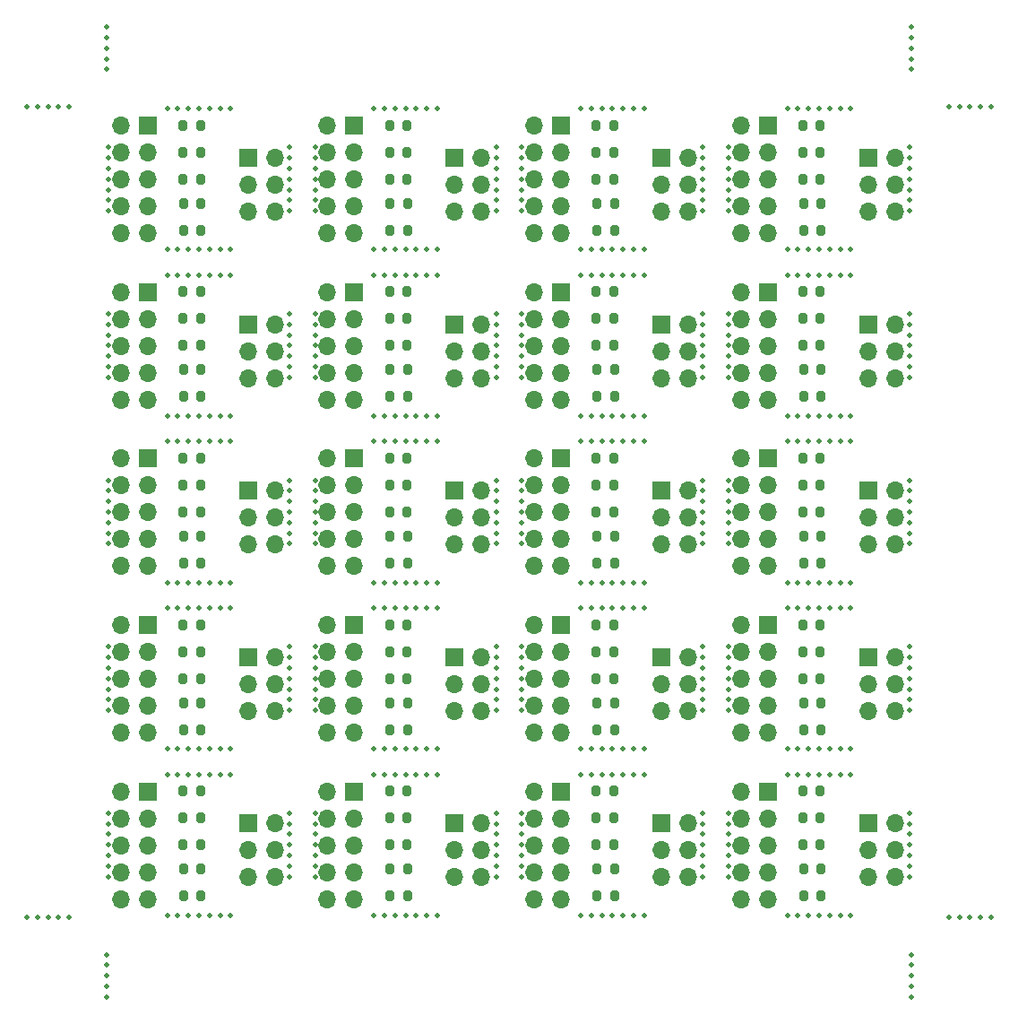
<source format=gbr>
%TF.GenerationSoftware,KiCad,Pcbnew,(6.0.6)*%
%TF.CreationDate,2022-08-19T10:36:33-07:00*%
%TF.ProjectId,panel,70616e65-6c2e-46b6-9963-61645f706362,rev?*%
%TF.SameCoordinates,PXe4e1c0PYe4e1c0*%
%TF.FileFunction,Soldermask,Top*%
%TF.FilePolarity,Negative*%
%FSLAX46Y46*%
G04 Gerber Fmt 4.6, Leading zero omitted, Abs format (unit mm)*
G04 Created by KiCad (PCBNEW (6.0.6)) date 2022-08-19 10:36:33*
%MOMM*%
%LPD*%
G01*
G04 APERTURE LIST*
G04 Aperture macros list*
%AMRoundRect*
0 Rectangle with rounded corners*
0 $1 Rounding radius*
0 $2 $3 $4 $5 $6 $7 $8 $9 X,Y pos of 4 corners*
0 Add a 4 corners polygon primitive as box body*
4,1,4,$2,$3,$4,$5,$6,$7,$8,$9,$2,$3,0*
0 Add four circle primitives for the rounded corners*
1,1,$1+$1,$2,$3*
1,1,$1+$1,$4,$5*
1,1,$1+$1,$6,$7*
1,1,$1+$1,$8,$9*
0 Add four rect primitives between the rounded corners*
20,1,$1+$1,$2,$3,$4,$5,0*
20,1,$1+$1,$4,$5,$6,$7,0*
20,1,$1+$1,$6,$7,$8,$9,0*
20,1,$1+$1,$8,$9,$2,$3,0*%
G04 Aperture macros list end*
%ADD10C,0.500000*%
%ADD11R,1.700000X1.700000*%
%ADD12O,1.700000X1.700000*%
%ADD13RoundRect,0.200000X0.200000X0.275000X-0.200000X0.275000X-0.200000X-0.275000X0.200000X-0.275000X0*%
G04 APERTURE END LIST*
D10*
%TO.C,REF\u002A\u002A*%
X75340000Y-84380000D03*
%TD*%
%TO.C,REF\u002A\u002A*%
X13760000Y-68670000D03*
%TD*%
D11*
%TO.C,J1*%
X40923000Y-28559000D03*
D12*
X43463000Y-28559000D03*
X40923000Y-31099000D03*
X43463000Y-31099000D03*
X40923000Y-33639000D03*
X43463000Y-33639000D03*
%TD*%
D10*
%TO.C,REF\u002A\u002A*%
X39285000Y-37230000D03*
%TD*%
%TO.C,REF\u002A\u002A*%
X66780000Y-60010000D03*
%TD*%
%TO.C,REF\u002A\u002A*%
X57815000Y-68670000D03*
%TD*%
%TO.C,REF\u002A\u002A*%
X8200000Y-27575000D03*
%TD*%
%TO.C,REF\u002A\u002A*%
X33285000Y-37230000D03*
%TD*%
%TO.C,REF\u002A\u002A*%
X64380000Y-75725000D03*
%TD*%
%TO.C,REF\u002A\u002A*%
X64380000Y-33575000D03*
%TD*%
%TO.C,REF\u002A\u002A*%
X47250000Y-77725000D03*
%TD*%
%TO.C,REF\u002A\u002A*%
X57815000Y-8200000D03*
%TD*%
D13*
%TO.C,R5*%
X36413000Y-25496000D03*
X34763000Y-25496000D03*
%TD*%
D10*
%TO.C,REF\u002A\u002A*%
X73340000Y-21520000D03*
%TD*%
D13*
%TO.C,R3*%
X75528000Y-32862000D03*
X73878000Y-32862000D03*
%TD*%
D11*
%TO.C,J2*%
X50969000Y-41230000D03*
D12*
X48429000Y-41230000D03*
X50969000Y-43770000D03*
X48429000Y-43770000D03*
X50969000Y-46310000D03*
X48429000Y-46310000D03*
X50969000Y-48850000D03*
X48429000Y-48850000D03*
X50969000Y-51390000D03*
X48429000Y-51390000D03*
%TD*%
D10*
%TO.C,REF\u002A\u002A*%
X88600000Y-84580000D03*
%TD*%
%TO.C,REF\u002A\u002A*%
X17760000Y-37230000D03*
%TD*%
%TO.C,REF\u002A\u002A*%
X38285000Y-21520000D03*
%TD*%
%TO.C,REF\u002A\u002A*%
X44850000Y-64010000D03*
%TD*%
%TO.C,REF\u002A\u002A*%
X66780000Y-75725000D03*
%TD*%
%TO.C,REF\u002A\u002A*%
X27720000Y-79725000D03*
%TD*%
%TO.C,REF\u002A\u002A*%
X77340000Y-39630000D03*
%TD*%
%TO.C,REF\u002A\u002A*%
X44850000Y-78725000D03*
%TD*%
D13*
%TO.C,R5*%
X55939000Y-41212000D03*
X54289000Y-41212000D03*
%TD*%
D10*
%TO.C,REF\u002A\u002A*%
X8000000Y-89080000D03*
%TD*%
%TO.C,REF\u002A\u002A*%
X25320000Y-65010000D03*
%TD*%
%TO.C,REF\u002A\u002A*%
X27720000Y-59010000D03*
%TD*%
%TO.C,REF\u002A\u002A*%
X16760000Y-68670000D03*
%TD*%
%TO.C,REF\u002A\u002A*%
X73340000Y-37230000D03*
%TD*%
%TO.C,REF\u002A\u002A*%
X84100000Y-2500000D03*
%TD*%
%TO.C,REF\u002A\u002A*%
X47250000Y-65010000D03*
%TD*%
%TO.C,REF\u002A\u002A*%
X89600000Y-84580000D03*
%TD*%
%TO.C,REF\u002A\u002A*%
X47250000Y-17860000D03*
%TD*%
D13*
%TO.C,R2*%
X16950000Y-19686000D03*
X15300000Y-19686000D03*
%TD*%
D10*
%TO.C,REF\u002A\u002A*%
X18760000Y-52950000D03*
%TD*%
%TO.C,REF\u002A\u002A*%
X44850000Y-11860000D03*
%TD*%
%TO.C,REF\u002A\u002A*%
X8200000Y-33575000D03*
%TD*%
%TO.C,REF\u002A\u002A*%
X64380000Y-11860000D03*
%TD*%
%TO.C,REF\u002A\u002A*%
X47250000Y-80725000D03*
%TD*%
%TO.C,REF\u002A\u002A*%
X56815000Y-23920000D03*
%TD*%
%TO.C,REF\u002A\u002A*%
X66780000Y-47290000D03*
%TD*%
%TO.C,REF\u002A\u002A*%
X27720000Y-49290000D03*
%TD*%
D11*
%TO.C,J1*%
X79975000Y-28559000D03*
D12*
X82515000Y-28559000D03*
X79975000Y-31099000D03*
X82515000Y-31099000D03*
X79975000Y-33639000D03*
X82515000Y-33639000D03*
%TD*%
D10*
%TO.C,REF\u002A\u002A*%
X35285000Y-8200000D03*
%TD*%
%TO.C,REF\u002A\u002A*%
X18760000Y-71070000D03*
%TD*%
%TO.C,REF\u002A\u002A*%
X56815000Y-8200000D03*
%TD*%
%TO.C,REF\u002A\u002A*%
X66780000Y-59010000D03*
%TD*%
%TO.C,REF\u002A\u002A*%
X27720000Y-64010000D03*
%TD*%
%TO.C,REF\u002A\u002A*%
X44850000Y-48290000D03*
%TD*%
%TO.C,REF\u002A\u002A*%
X14760000Y-52950000D03*
%TD*%
D13*
%TO.C,R5*%
X55939000Y-56928000D03*
X54289000Y-56928000D03*
%TD*%
D10*
%TO.C,REF\u002A\u002A*%
X8200000Y-29575000D03*
%TD*%
%TO.C,REF\u002A\u002A*%
X1500000Y-8000000D03*
%TD*%
%TO.C,REF\u002A\u002A*%
X66780000Y-46290000D03*
%TD*%
%TO.C,REF\u002A\u002A*%
X8200000Y-61010000D03*
%TD*%
%TO.C,REF\u002A\u002A*%
X84100000Y-500000D03*
%TD*%
D11*
%TO.C,J2*%
X11917000Y-56946000D03*
D12*
X9377000Y-56946000D03*
X11917000Y-59486000D03*
X9377000Y-59486000D03*
X11917000Y-62026000D03*
X9377000Y-62026000D03*
X11917000Y-64566000D03*
X9377000Y-64566000D03*
X11917000Y-67106000D03*
X9377000Y-67106000D03*
%TD*%
D10*
%TO.C,REF\u002A\u002A*%
X8200000Y-31575000D03*
%TD*%
D13*
%TO.C,R3*%
X16950000Y-64294000D03*
X15300000Y-64294000D03*
%TD*%
%TO.C,R1*%
X36413000Y-75184000D03*
X34763000Y-75184000D03*
%TD*%
D10*
%TO.C,REF\u002A\u002A*%
X53815000Y-37230000D03*
%TD*%
D13*
%TO.C,R2*%
X75528000Y-66834000D03*
X73878000Y-66834000D03*
%TD*%
D10*
%TO.C,REF\u002A\u002A*%
X64380000Y-29575000D03*
%TD*%
%TO.C,REF\u002A\u002A*%
X52815000Y-52950000D03*
%TD*%
D13*
%TO.C,R1*%
X55939000Y-59468000D03*
X54289000Y-59468000D03*
%TD*%
D10*
%TO.C,REF\u002A\u002A*%
X18760000Y-84380000D03*
%TD*%
%TO.C,REF\u002A\u002A*%
X64380000Y-30575000D03*
%TD*%
%TO.C,REF\u002A\u002A*%
X34285000Y-8200000D03*
%TD*%
%TO.C,REF\u002A\u002A*%
X44850000Y-33575000D03*
%TD*%
%TO.C,REF\u002A\u002A*%
X44850000Y-30575000D03*
%TD*%
%TO.C,REF\u002A\u002A*%
X27720000Y-74725000D03*
%TD*%
%TO.C,REF\u002A\u002A*%
X16760000Y-39630000D03*
%TD*%
%TO.C,REF\u002A\u002A*%
X47250000Y-61010000D03*
%TD*%
D13*
%TO.C,R5*%
X16887000Y-72644000D03*
X15237000Y-72644000D03*
%TD*%
%TO.C,R1*%
X75465000Y-43752000D03*
X73815000Y-43752000D03*
%TD*%
D10*
%TO.C,REF\u002A\u002A*%
X84100000Y-88080000D03*
%TD*%
D13*
%TO.C,R5*%
X75465000Y-56928000D03*
X73815000Y-56928000D03*
%TD*%
D10*
%TO.C,REF\u002A\u002A*%
X56815000Y-55350000D03*
%TD*%
D11*
%TO.C,J2*%
X70495000Y-25514000D03*
D12*
X67955000Y-25514000D03*
X70495000Y-28054000D03*
X67955000Y-28054000D03*
X70495000Y-30594000D03*
X67955000Y-30594000D03*
X70495000Y-33134000D03*
X67955000Y-33134000D03*
X70495000Y-35674000D03*
X67955000Y-35674000D03*
%TD*%
D10*
%TO.C,REF\u002A\u002A*%
X55815000Y-21520000D03*
%TD*%
%TO.C,REF\u002A\u002A*%
X14760000Y-39630000D03*
%TD*%
D11*
%TO.C,J1*%
X79975000Y-75707000D03*
D12*
X82515000Y-75707000D03*
X79975000Y-78247000D03*
X82515000Y-78247000D03*
X79975000Y-80787000D03*
X82515000Y-80787000D03*
%TD*%
D10*
%TO.C,REF\u002A\u002A*%
X37285000Y-68670000D03*
%TD*%
%TO.C,REF\u002A\u002A*%
X53815000Y-55350000D03*
%TD*%
%TO.C,REF\u002A\u002A*%
X44850000Y-62010000D03*
%TD*%
%TO.C,REF\u002A\u002A*%
X19760000Y-21520000D03*
%TD*%
%TO.C,REF\u002A\u002A*%
X36285000Y-23920000D03*
%TD*%
%TO.C,REF\u002A\u002A*%
X25320000Y-49290000D03*
%TD*%
D13*
%TO.C,R1*%
X75465000Y-28036000D03*
X73815000Y-28036000D03*
%TD*%
D11*
%TO.C,J2*%
X50969000Y-56946000D03*
D12*
X48429000Y-56946000D03*
X50969000Y-59486000D03*
X48429000Y-59486000D03*
X50969000Y-62026000D03*
X48429000Y-62026000D03*
X50969000Y-64566000D03*
X48429000Y-64566000D03*
X50969000Y-67106000D03*
X48429000Y-67106000D03*
%TD*%
D10*
%TO.C,REF\u002A\u002A*%
X56815000Y-68670000D03*
%TD*%
%TO.C,REF\u002A\u002A*%
X75340000Y-52950000D03*
%TD*%
D11*
%TO.C,J1*%
X21397000Y-75707000D03*
D12*
X23937000Y-75707000D03*
X21397000Y-78247000D03*
X23937000Y-78247000D03*
X21397000Y-80787000D03*
X23937000Y-80787000D03*
%TD*%
D10*
%TO.C,REF\u002A\u002A*%
X14760000Y-21520000D03*
%TD*%
%TO.C,REF\u002A\u002A*%
X47250000Y-47290000D03*
%TD*%
D13*
%TO.C,R4*%
X75465000Y-46292000D03*
X73815000Y-46292000D03*
%TD*%
%TO.C,R1*%
X36413000Y-59468000D03*
X34763000Y-59468000D03*
%TD*%
D10*
%TO.C,REF\u002A\u002A*%
X64380000Y-44290000D03*
%TD*%
%TO.C,REF\u002A\u002A*%
X58815000Y-21520000D03*
%TD*%
%TO.C,REF\u002A\u002A*%
X76340000Y-55350000D03*
%TD*%
%TO.C,REF\u002A\u002A*%
X78340000Y-8200000D03*
%TD*%
D13*
%TO.C,R2*%
X36476000Y-51118000D03*
X34826000Y-51118000D03*
%TD*%
D11*
%TO.C,J2*%
X50969000Y-25514000D03*
D12*
X48429000Y-25514000D03*
X50969000Y-28054000D03*
X48429000Y-28054000D03*
X50969000Y-30594000D03*
X48429000Y-30594000D03*
X50969000Y-33134000D03*
X48429000Y-33134000D03*
X50969000Y-35674000D03*
X48429000Y-35674000D03*
%TD*%
D10*
%TO.C,REF\u002A\u002A*%
X57815000Y-71070000D03*
%TD*%
%TO.C,REF\u002A\u002A*%
X75340000Y-37230000D03*
%TD*%
D13*
%TO.C,R5*%
X36413000Y-41212000D03*
X34763000Y-41212000D03*
%TD*%
D10*
%TO.C,REF\u002A\u002A*%
X77340000Y-55350000D03*
%TD*%
%TO.C,REF\u002A\u002A*%
X16760000Y-8200000D03*
%TD*%
D13*
%TO.C,R3*%
X75528000Y-48578000D03*
X73878000Y-48578000D03*
%TD*%
D10*
%TO.C,REF\u002A\u002A*%
X37285000Y-52950000D03*
%TD*%
%TO.C,REF\u002A\u002A*%
X47250000Y-62010000D03*
%TD*%
%TO.C,REF\u002A\u002A*%
X76340000Y-84380000D03*
%TD*%
%TO.C,REF\u002A\u002A*%
X47250000Y-29575000D03*
%TD*%
D11*
%TO.C,J2*%
X11917000Y-9798000D03*
D12*
X9377000Y-9798000D03*
X11917000Y-12338000D03*
X9377000Y-12338000D03*
X11917000Y-14878000D03*
X9377000Y-14878000D03*
X11917000Y-17418000D03*
X9377000Y-17418000D03*
X11917000Y-19958000D03*
X9377000Y-19958000D03*
%TD*%
D10*
%TO.C,REF\u002A\u002A*%
X64380000Y-27575000D03*
%TD*%
%TO.C,REF\u002A\u002A*%
X14760000Y-55350000D03*
%TD*%
%TO.C,REF\u002A\u002A*%
X83900000Y-33575000D03*
%TD*%
%TO.C,REF\u002A\u002A*%
X25320000Y-64010000D03*
%TD*%
%TO.C,REF\u002A\u002A*%
X47250000Y-44290000D03*
%TD*%
%TO.C,REF\u002A\u002A*%
X66780000Y-63010000D03*
%TD*%
%TO.C,REF\u002A\u002A*%
X8200000Y-12860000D03*
%TD*%
%TO.C,REF\u002A\u002A*%
X8200000Y-59010000D03*
%TD*%
%TO.C,REF\u002A\u002A*%
X8000000Y-88080000D03*
%TD*%
%TO.C,REF\u002A\u002A*%
X47250000Y-43290000D03*
%TD*%
D13*
%TO.C,R5*%
X75465000Y-72644000D03*
X73815000Y-72644000D03*
%TD*%
D10*
%TO.C,REF\u002A\u002A*%
X19760000Y-39630000D03*
%TD*%
D13*
%TO.C,R4*%
X75465000Y-77724000D03*
X73815000Y-77724000D03*
%TD*%
D11*
%TO.C,J1*%
X60449000Y-59991000D03*
D12*
X62989000Y-59991000D03*
X60449000Y-62531000D03*
X62989000Y-62531000D03*
X60449000Y-65071000D03*
X62989000Y-65071000D03*
%TD*%
D11*
%TO.C,J1*%
X60449000Y-75707000D03*
D12*
X62989000Y-75707000D03*
X60449000Y-78247000D03*
X62989000Y-78247000D03*
X60449000Y-80787000D03*
X62989000Y-80787000D03*
%TD*%
D10*
%TO.C,REF\u002A\u002A*%
X54815000Y-37230000D03*
%TD*%
D13*
%TO.C,R3*%
X36476000Y-32862000D03*
X34826000Y-32862000D03*
%TD*%
D10*
%TO.C,REF\u002A\u002A*%
X8200000Y-15860000D03*
%TD*%
%TO.C,REF\u002A\u002A*%
X52815000Y-21520000D03*
%TD*%
D13*
%TO.C,R1*%
X16887000Y-28036000D03*
X15237000Y-28036000D03*
%TD*%
D10*
%TO.C,REF\u002A\u002A*%
X75340000Y-23920000D03*
%TD*%
%TO.C,REF\u002A\u002A*%
X33285000Y-8200000D03*
%TD*%
%TO.C,REF\u002A\u002A*%
X44850000Y-15860000D03*
%TD*%
%TO.C,REF\u002A\u002A*%
X25320000Y-78725000D03*
%TD*%
%TO.C,REF\u002A\u002A*%
X38285000Y-55350000D03*
%TD*%
D13*
%TO.C,R2*%
X36476000Y-19686000D03*
X34826000Y-19686000D03*
%TD*%
D10*
%TO.C,REF\u002A\u002A*%
X27720000Y-17860000D03*
%TD*%
%TO.C,REF\u002A\u002A*%
X15760000Y-68670000D03*
%TD*%
%TO.C,REF\u002A\u002A*%
X44850000Y-17860000D03*
%TD*%
%TO.C,REF\u002A\u002A*%
X18760000Y-23920000D03*
%TD*%
%TO.C,REF\u002A\u002A*%
X47250000Y-59010000D03*
%TD*%
%TO.C,REF\u002A\u002A*%
X53815000Y-23920000D03*
%TD*%
%TO.C,REF\u002A\u002A*%
X44850000Y-59010000D03*
%TD*%
%TO.C,REF\u002A\u002A*%
X47250000Y-74725000D03*
%TD*%
%TO.C,REF\u002A\u002A*%
X14760000Y-68670000D03*
%TD*%
%TO.C,REF\u002A\u002A*%
X84100000Y-92080000D03*
%TD*%
%TO.C,REF\u002A\u002A*%
X83900000Y-77725000D03*
%TD*%
%TO.C,REF\u002A\u002A*%
X44850000Y-45290000D03*
%TD*%
%TO.C,REF\u002A\u002A*%
X53815000Y-52950000D03*
%TD*%
%TO.C,REF\u002A\u002A*%
X64380000Y-79725000D03*
%TD*%
%TO.C,REF\u002A\u002A*%
X66780000Y-16860000D03*
%TD*%
D11*
%TO.C,J1*%
X79975000Y-12843000D03*
D12*
X82515000Y-12843000D03*
X79975000Y-15383000D03*
X82515000Y-15383000D03*
X79975000Y-17923000D03*
X82515000Y-17923000D03*
%TD*%
D10*
%TO.C,REF\u002A\u002A*%
X36285000Y-68670000D03*
%TD*%
D13*
%TO.C,R4*%
X55939000Y-14860000D03*
X54289000Y-14860000D03*
%TD*%
D10*
%TO.C,REF\u002A\u002A*%
X78340000Y-55350000D03*
%TD*%
D11*
%TO.C,J1*%
X60449000Y-28559000D03*
D12*
X62989000Y-28559000D03*
X60449000Y-31099000D03*
X62989000Y-31099000D03*
X60449000Y-33639000D03*
X62989000Y-33639000D03*
%TD*%
D10*
%TO.C,REF\u002A\u002A*%
X27720000Y-46290000D03*
%TD*%
%TO.C,REF\u002A\u002A*%
X53815000Y-8200000D03*
%TD*%
%TO.C,REF\u002A\u002A*%
X55815000Y-52950000D03*
%TD*%
D11*
%TO.C,J2*%
X11917000Y-25514000D03*
D12*
X9377000Y-25514000D03*
X11917000Y-28054000D03*
X9377000Y-28054000D03*
X11917000Y-30594000D03*
X9377000Y-30594000D03*
X11917000Y-33134000D03*
X9377000Y-33134000D03*
X11917000Y-35674000D03*
X9377000Y-35674000D03*
%TD*%
D10*
%TO.C,REF\u002A\u002A*%
X76340000Y-52950000D03*
%TD*%
%TO.C,REF\u002A\u002A*%
X8200000Y-45290000D03*
%TD*%
%TO.C,REF\u002A\u002A*%
X39285000Y-84380000D03*
%TD*%
%TO.C,REF\u002A\u002A*%
X15760000Y-39630000D03*
%TD*%
%TO.C,REF\u002A\u002A*%
X18760000Y-21520000D03*
%TD*%
D13*
%TO.C,R2*%
X56002000Y-51118000D03*
X54352000Y-51118000D03*
%TD*%
D10*
%TO.C,REF\u002A\u002A*%
X47250000Y-13860000D03*
%TD*%
%TO.C,REF\u002A\u002A*%
X8200000Y-76725000D03*
%TD*%
D13*
%TO.C,R4*%
X36413000Y-30576000D03*
X34763000Y-30576000D03*
%TD*%
D10*
%TO.C,REF\u002A\u002A*%
X15760000Y-37230000D03*
%TD*%
%TO.C,REF\u002A\u002A*%
X8200000Y-28575000D03*
%TD*%
%TO.C,REF\u002A\u002A*%
X44850000Y-74725000D03*
%TD*%
D13*
%TO.C,R5*%
X16887000Y-9780000D03*
X15237000Y-9780000D03*
%TD*%
D10*
%TO.C,REF\u002A\u002A*%
X57815000Y-37230000D03*
%TD*%
D13*
%TO.C,R3*%
X56002000Y-32862000D03*
X54352000Y-32862000D03*
%TD*%
D10*
%TO.C,REF\u002A\u002A*%
X83900000Y-46290000D03*
%TD*%
%TO.C,REF\u002A\u002A*%
X52815000Y-68670000D03*
%TD*%
%TO.C,REF\u002A\u002A*%
X15760000Y-21520000D03*
%TD*%
%TO.C,REF\u002A\u002A*%
X83900000Y-65010000D03*
%TD*%
%TO.C,REF\u002A\u002A*%
X64380000Y-76725000D03*
%TD*%
%TO.C,REF\u002A\u002A*%
X75340000Y-55350000D03*
%TD*%
D13*
%TO.C,R1*%
X75465000Y-75184000D03*
X73815000Y-75184000D03*
%TD*%
D11*
%TO.C,J2*%
X70495000Y-72662000D03*
D12*
X67955000Y-72662000D03*
X70495000Y-75202000D03*
X67955000Y-75202000D03*
X70495000Y-77742000D03*
X67955000Y-77742000D03*
X70495000Y-80282000D03*
X67955000Y-80282000D03*
X70495000Y-82822000D03*
X67955000Y-82822000D03*
%TD*%
D13*
%TO.C,R5*%
X75465000Y-25496000D03*
X73815000Y-25496000D03*
%TD*%
D10*
%TO.C,REF\u002A\u002A*%
X44850000Y-13860000D03*
%TD*%
D11*
%TO.C,J2*%
X70495000Y-41230000D03*
D12*
X67955000Y-41230000D03*
X70495000Y-43770000D03*
X67955000Y-43770000D03*
X70495000Y-46310000D03*
X67955000Y-46310000D03*
X70495000Y-48850000D03*
X67955000Y-48850000D03*
X70495000Y-51390000D03*
X67955000Y-51390000D03*
%TD*%
D10*
%TO.C,REF\u002A\u002A*%
X39285000Y-23920000D03*
%TD*%
%TO.C,REF\u002A\u002A*%
X33285000Y-52950000D03*
%TD*%
%TO.C,REF\u002A\u002A*%
X36285000Y-39630000D03*
%TD*%
%TO.C,REF\u002A\u002A*%
X55815000Y-8200000D03*
%TD*%
%TO.C,REF\u002A\u002A*%
X66780000Y-74725000D03*
%TD*%
%TO.C,REF\u002A\u002A*%
X64380000Y-13860000D03*
%TD*%
D11*
%TO.C,J1*%
X21397000Y-44275000D03*
D12*
X23937000Y-44275000D03*
X21397000Y-46815000D03*
X23937000Y-46815000D03*
X21397000Y-49355000D03*
X23937000Y-49355000D03*
%TD*%
D10*
%TO.C,REF\u002A\u002A*%
X72340000Y-55350000D03*
%TD*%
%TO.C,REF\u002A\u002A*%
X56815000Y-71070000D03*
%TD*%
%TO.C,REF\u002A\u002A*%
X72340000Y-23920000D03*
%TD*%
D13*
%TO.C,R2*%
X56002000Y-82550000D03*
X54352000Y-82550000D03*
%TD*%
D11*
%TO.C,J2*%
X70495000Y-9798000D03*
D12*
X67955000Y-9798000D03*
X70495000Y-12338000D03*
X67955000Y-12338000D03*
X70495000Y-14878000D03*
X67955000Y-14878000D03*
X70495000Y-17418000D03*
X67955000Y-17418000D03*
X70495000Y-19958000D03*
X67955000Y-19958000D03*
%TD*%
D10*
%TO.C,REF\u002A\u002A*%
X66780000Y-15860000D03*
%TD*%
%TO.C,REF\u002A\u002A*%
X27720000Y-75725000D03*
%TD*%
D13*
%TO.C,R5*%
X55939000Y-9780000D03*
X54289000Y-9780000D03*
%TD*%
D10*
%TO.C,REF\u002A\u002A*%
X37285000Y-55350000D03*
%TD*%
%TO.C,REF\u002A\u002A*%
X8000000Y-4500000D03*
%TD*%
D13*
%TO.C,R5*%
X36413000Y-72644000D03*
X34763000Y-72644000D03*
%TD*%
D10*
%TO.C,REF\u002A\u002A*%
X39285000Y-8200000D03*
%TD*%
%TO.C,REF\u002A\u002A*%
X76340000Y-39630000D03*
%TD*%
%TO.C,REF\u002A\u002A*%
X27720000Y-13860000D03*
%TD*%
%TO.C,REF\u002A\u002A*%
X8200000Y-16860000D03*
%TD*%
D13*
%TO.C,R5*%
X36413000Y-56928000D03*
X34763000Y-56928000D03*
%TD*%
D10*
%TO.C,REF\u002A\u002A*%
X66780000Y-43290000D03*
%TD*%
%TO.C,REF\u002A\u002A*%
X52815000Y-23920000D03*
%TD*%
%TO.C,REF\u002A\u002A*%
X66780000Y-33575000D03*
%TD*%
D13*
%TO.C,R4*%
X16887000Y-62008000D03*
X15237000Y-62008000D03*
%TD*%
D10*
%TO.C,REF\u002A\u002A*%
X36285000Y-52950000D03*
%TD*%
D13*
%TO.C,R5*%
X16887000Y-41212000D03*
X15237000Y-41212000D03*
%TD*%
D10*
%TO.C,REF\u002A\u002A*%
X47250000Y-75725000D03*
%TD*%
%TO.C,REF\u002A\u002A*%
X77340000Y-21520000D03*
%TD*%
%TO.C,REF\u002A\u002A*%
X13760000Y-39630000D03*
%TD*%
%TO.C,REF\u002A\u002A*%
X64380000Y-74725000D03*
%TD*%
%TO.C,REF\u002A\u002A*%
X47250000Y-27575000D03*
%TD*%
%TO.C,REF\u002A\u002A*%
X47250000Y-45290000D03*
%TD*%
%TO.C,REF\u002A\u002A*%
X25320000Y-59010000D03*
%TD*%
%TO.C,REF\u002A\u002A*%
X18760000Y-8200000D03*
%TD*%
%TO.C,REF\u002A\u002A*%
X25320000Y-80725000D03*
%TD*%
%TO.C,REF\u002A\u002A*%
X83900000Y-61010000D03*
%TD*%
%TO.C,REF\u002A\u002A*%
X18760000Y-37230000D03*
%TD*%
%TO.C,REF\u002A\u002A*%
X25320000Y-30575000D03*
%TD*%
D13*
%TO.C,R4*%
X55939000Y-77724000D03*
X54289000Y-77724000D03*
%TD*%
D10*
%TO.C,REF\u002A\u002A*%
X87600000Y-8000000D03*
%TD*%
%TO.C,REF\u002A\u002A*%
X35285000Y-37230000D03*
%TD*%
D13*
%TO.C,R2*%
X16950000Y-51118000D03*
X15300000Y-51118000D03*
%TD*%
D10*
%TO.C,REF\u002A\u002A*%
X64380000Y-15860000D03*
%TD*%
%TO.C,REF\u002A\u002A*%
X27720000Y-16860000D03*
%TD*%
%TO.C,REF\u002A\u002A*%
X58815000Y-71070000D03*
%TD*%
%TO.C,REF\u002A\u002A*%
X84100000Y-3500000D03*
%TD*%
%TO.C,REF\u002A\u002A*%
X66780000Y-28575000D03*
%TD*%
D13*
%TO.C,R1*%
X36413000Y-28036000D03*
X34763000Y-28036000D03*
%TD*%
D10*
%TO.C,REF\u002A\u002A*%
X36285000Y-8200000D03*
%TD*%
%TO.C,REF\u002A\u002A*%
X72340000Y-21520000D03*
%TD*%
%TO.C,REF\u002A\u002A*%
X44850000Y-60010000D03*
%TD*%
%TO.C,REF\u002A\u002A*%
X16760000Y-37230000D03*
%TD*%
%TO.C,REF\u002A\u002A*%
X64380000Y-59010000D03*
%TD*%
%TO.C,REF\u002A\u002A*%
X16760000Y-55350000D03*
%TD*%
%TO.C,REF\u002A\u002A*%
X47250000Y-48290000D03*
%TD*%
%TO.C,REF\u002A\u002A*%
X44850000Y-43290000D03*
%TD*%
%TO.C,REF\u002A\u002A*%
X8200000Y-79725000D03*
%TD*%
D13*
%TO.C,R4*%
X16887000Y-14860000D03*
X15237000Y-14860000D03*
%TD*%
D10*
%TO.C,REF\u002A\u002A*%
X39285000Y-71070000D03*
%TD*%
%TO.C,REF\u002A\u002A*%
X35285000Y-68670000D03*
%TD*%
%TO.C,REF\u002A\u002A*%
X44850000Y-32575000D03*
%TD*%
%TO.C,REF\u002A\u002A*%
X54815000Y-52950000D03*
%TD*%
%TO.C,REF\u002A\u002A*%
X84100000Y-4500000D03*
%TD*%
%TO.C,REF\u002A\u002A*%
X8200000Y-14860000D03*
%TD*%
%TO.C,REF\u002A\u002A*%
X66780000Y-32575000D03*
%TD*%
%TO.C,REF\u002A\u002A*%
X13760000Y-21520000D03*
%TD*%
%TO.C,REF\u002A\u002A*%
X25320000Y-16860000D03*
%TD*%
%TO.C,REF\u002A\u002A*%
X56815000Y-84380000D03*
%TD*%
%TO.C,REF\u002A\u002A*%
X58815000Y-84380000D03*
%TD*%
%TO.C,REF\u002A\u002A*%
X25320000Y-48290000D03*
%TD*%
%TO.C,REF\u002A\u002A*%
X52815000Y-39630000D03*
%TD*%
D13*
%TO.C,R1*%
X16887000Y-12320000D03*
X15237000Y-12320000D03*
%TD*%
%TO.C,R1*%
X16887000Y-43752000D03*
X15237000Y-43752000D03*
%TD*%
D10*
%TO.C,REF\u002A\u002A*%
X72340000Y-8200000D03*
%TD*%
%TO.C,REF\u002A\u002A*%
X57815000Y-84380000D03*
%TD*%
%TO.C,REF\u002A\u002A*%
X16760000Y-84380000D03*
%TD*%
D13*
%TO.C,R5*%
X55939000Y-72644000D03*
X54289000Y-72644000D03*
%TD*%
D10*
%TO.C,REF\u002A\u002A*%
X75340000Y-71070000D03*
%TD*%
%TO.C,REF\u002A\u002A*%
X44850000Y-80725000D03*
%TD*%
D13*
%TO.C,R4*%
X75465000Y-62008000D03*
X73815000Y-62008000D03*
%TD*%
D10*
%TO.C,REF\u002A\u002A*%
X78340000Y-39630000D03*
%TD*%
%TO.C,REF\u002A\u002A*%
X74340000Y-21520000D03*
%TD*%
%TO.C,REF\u002A\u002A*%
X36285000Y-84380000D03*
%TD*%
%TO.C,REF\u002A\u002A*%
X27720000Y-65010000D03*
%TD*%
D13*
%TO.C,R3*%
X16950000Y-17146000D03*
X15300000Y-17146000D03*
%TD*%
D10*
%TO.C,REF\u002A\u002A*%
X38285000Y-23920000D03*
%TD*%
%TO.C,REF\u002A\u002A*%
X47250000Y-46290000D03*
%TD*%
%TO.C,REF\u002A\u002A*%
X8000000Y-3500000D03*
%TD*%
D13*
%TO.C,R3*%
X36476000Y-17146000D03*
X34826000Y-17146000D03*
%TD*%
D10*
%TO.C,REF\u002A\u002A*%
X33285000Y-23920000D03*
%TD*%
%TO.C,REF\u002A\u002A*%
X15760000Y-71070000D03*
%TD*%
%TO.C,REF\u002A\u002A*%
X66780000Y-31575000D03*
%TD*%
%TO.C,REF\u002A\u002A*%
X35285000Y-23920000D03*
%TD*%
%TO.C,REF\u002A\u002A*%
X25320000Y-76725000D03*
%TD*%
%TO.C,REF\u002A\u002A*%
X47250000Y-60010000D03*
%TD*%
%TO.C,REF\u002A\u002A*%
X34285000Y-55350000D03*
%TD*%
%TO.C,REF\u002A\u002A*%
X17760000Y-71070000D03*
%TD*%
%TO.C,REF\u002A\u002A*%
X34285000Y-21520000D03*
%TD*%
%TO.C,REF\u002A\u002A*%
X4500000Y-8000000D03*
%TD*%
%TO.C,REF\u002A\u002A*%
X58815000Y-39630000D03*
%TD*%
%TO.C,REF\u002A\u002A*%
X52815000Y-8200000D03*
%TD*%
%TO.C,REF\u002A\u002A*%
X83900000Y-48290000D03*
%TD*%
D11*
%TO.C,J2*%
X70495000Y-56946000D03*
D12*
X67955000Y-56946000D03*
X70495000Y-59486000D03*
X67955000Y-59486000D03*
X70495000Y-62026000D03*
X67955000Y-62026000D03*
X70495000Y-64566000D03*
X67955000Y-64566000D03*
X70495000Y-67106000D03*
X67955000Y-67106000D03*
%TD*%
D10*
%TO.C,REF\u002A\u002A*%
X25320000Y-32575000D03*
%TD*%
%TO.C,REF\u002A\u002A*%
X54815000Y-55350000D03*
%TD*%
%TO.C,REF\u002A\u002A*%
X14760000Y-37230000D03*
%TD*%
%TO.C,REF\u002A\u002A*%
X8200000Y-13860000D03*
%TD*%
%TO.C,REF\u002A\u002A*%
X8200000Y-44290000D03*
%TD*%
%TO.C,REF\u002A\u002A*%
X1500000Y-84580000D03*
%TD*%
%TO.C,REF\u002A\u002A*%
X83900000Y-49290000D03*
%TD*%
%TO.C,REF\u002A\u002A*%
X83900000Y-47290000D03*
%TD*%
%TO.C,REF\u002A\u002A*%
X25320000Y-44290000D03*
%TD*%
%TO.C,REF\u002A\u002A*%
X66780000Y-30575000D03*
%TD*%
D11*
%TO.C,J2*%
X50969000Y-72662000D03*
D12*
X48429000Y-72662000D03*
X50969000Y-75202000D03*
X48429000Y-75202000D03*
X50969000Y-77742000D03*
X48429000Y-77742000D03*
X50969000Y-80282000D03*
X48429000Y-80282000D03*
X50969000Y-82822000D03*
X48429000Y-82822000D03*
%TD*%
D13*
%TO.C,R2*%
X16950000Y-35402000D03*
X15300000Y-35402000D03*
%TD*%
D10*
%TO.C,REF\u002A\u002A*%
X47250000Y-31575000D03*
%TD*%
D11*
%TO.C,J1*%
X40923000Y-44275000D03*
D12*
X43463000Y-44275000D03*
X40923000Y-46815000D03*
X43463000Y-46815000D03*
X40923000Y-49355000D03*
X43463000Y-49355000D03*
%TD*%
D10*
%TO.C,REF\u002A\u002A*%
X83900000Y-13860000D03*
%TD*%
D11*
%TO.C,J2*%
X31443000Y-9798000D03*
D12*
X28903000Y-9798000D03*
X31443000Y-12338000D03*
X28903000Y-12338000D03*
X31443000Y-14878000D03*
X28903000Y-14878000D03*
X31443000Y-17418000D03*
X28903000Y-17418000D03*
X31443000Y-19958000D03*
X28903000Y-19958000D03*
%TD*%
D10*
%TO.C,REF\u002A\u002A*%
X27720000Y-43290000D03*
%TD*%
D13*
%TO.C,R3*%
X16950000Y-32862000D03*
X15300000Y-32862000D03*
%TD*%
D10*
%TO.C,REF\u002A\u002A*%
X57815000Y-23920000D03*
%TD*%
%TO.C,REF\u002A\u002A*%
X44850000Y-65010000D03*
%TD*%
%TO.C,REF\u002A\u002A*%
X66780000Y-61010000D03*
%TD*%
%TO.C,REF\u002A\u002A*%
X66780000Y-62010000D03*
%TD*%
%TO.C,REF\u002A\u002A*%
X13760000Y-8200000D03*
%TD*%
%TO.C,REF\u002A\u002A*%
X8000000Y-91080000D03*
%TD*%
%TO.C,REF\u002A\u002A*%
X66780000Y-80725000D03*
%TD*%
D11*
%TO.C,J1*%
X21397000Y-28559000D03*
D12*
X23937000Y-28559000D03*
X21397000Y-31099000D03*
X23937000Y-31099000D03*
X21397000Y-33639000D03*
X23937000Y-33639000D03*
%TD*%
D10*
%TO.C,REF\u002A\u002A*%
X27720000Y-47290000D03*
%TD*%
%TO.C,REF\u002A\u002A*%
X15760000Y-52950000D03*
%TD*%
%TO.C,REF\u002A\u002A*%
X8200000Y-47290000D03*
%TD*%
%TO.C,REF\u002A\u002A*%
X64380000Y-14860000D03*
%TD*%
%TO.C,REF\u002A\u002A*%
X66780000Y-49290000D03*
%TD*%
%TO.C,REF\u002A\u002A*%
X64380000Y-77725000D03*
%TD*%
%TO.C,REF\u002A\u002A*%
X47250000Y-64010000D03*
%TD*%
%TO.C,REF\u002A\u002A*%
X25320000Y-60010000D03*
%TD*%
%TO.C,REF\u002A\u002A*%
X17760000Y-8200000D03*
%TD*%
%TO.C,REF\u002A\u002A*%
X8200000Y-63010000D03*
%TD*%
%TO.C,REF\u002A\u002A*%
X8000000Y-500000D03*
%TD*%
D11*
%TO.C,J1*%
X21397000Y-12843000D03*
D12*
X23937000Y-12843000D03*
X21397000Y-15383000D03*
X23937000Y-15383000D03*
X21397000Y-17923000D03*
X23937000Y-17923000D03*
%TD*%
D10*
%TO.C,REF\u002A\u002A*%
X53815000Y-68670000D03*
%TD*%
%TO.C,REF\u002A\u002A*%
X83900000Y-63010000D03*
%TD*%
%TO.C,REF\u002A\u002A*%
X39285000Y-21520000D03*
%TD*%
%TO.C,REF\u002A\u002A*%
X57815000Y-21520000D03*
%TD*%
%TO.C,REF\u002A\u002A*%
X33285000Y-39630000D03*
%TD*%
%TO.C,REF\u002A\u002A*%
X33285000Y-84380000D03*
%TD*%
%TO.C,REF\u002A\u002A*%
X83900000Y-29575000D03*
%TD*%
%TO.C,REF\u002A\u002A*%
X14760000Y-23920000D03*
%TD*%
%TO.C,REF\u002A\u002A*%
X66780000Y-79725000D03*
%TD*%
%TO.C,REF\u002A\u002A*%
X8200000Y-11860000D03*
%TD*%
%TO.C,REF\u002A\u002A*%
X74340000Y-39630000D03*
%TD*%
%TO.C,REF\u002A\u002A*%
X27720000Y-11860000D03*
%TD*%
%TO.C,REF\u002A\u002A*%
X90600000Y-84580000D03*
%TD*%
%TO.C,REF\u002A\u002A*%
X8200000Y-48290000D03*
%TD*%
%TO.C,REF\u002A\u002A*%
X54815000Y-71070000D03*
%TD*%
%TO.C,REF\u002A\u002A*%
X8200000Y-77725000D03*
%TD*%
%TO.C,REF\u002A\u002A*%
X27720000Y-45290000D03*
%TD*%
%TO.C,REF\u002A\u002A*%
X52815000Y-71070000D03*
%TD*%
%TO.C,REF\u002A\u002A*%
X52815000Y-84380000D03*
%TD*%
D11*
%TO.C,J2*%
X11917000Y-41230000D03*
D12*
X9377000Y-41230000D03*
X11917000Y-43770000D03*
X9377000Y-43770000D03*
X11917000Y-46310000D03*
X9377000Y-46310000D03*
X11917000Y-48850000D03*
X9377000Y-48850000D03*
X11917000Y-51390000D03*
X9377000Y-51390000D03*
%TD*%
D10*
%TO.C,REF\u002A\u002A*%
X54815000Y-21520000D03*
%TD*%
%TO.C,REF\u002A\u002A*%
X64380000Y-65010000D03*
%TD*%
%TO.C,REF\u002A\u002A*%
X66780000Y-77725000D03*
%TD*%
%TO.C,REF\u002A\u002A*%
X74340000Y-68670000D03*
%TD*%
%TO.C,REF\u002A\u002A*%
X83900000Y-79725000D03*
%TD*%
D11*
%TO.C,J1*%
X60449000Y-44275000D03*
D12*
X62989000Y-44275000D03*
X60449000Y-46815000D03*
X62989000Y-46815000D03*
X60449000Y-49355000D03*
X62989000Y-49355000D03*
%TD*%
D10*
%TO.C,REF\u002A\u002A*%
X44850000Y-44290000D03*
%TD*%
D13*
%TO.C,R1*%
X16887000Y-75184000D03*
X15237000Y-75184000D03*
%TD*%
D10*
%TO.C,REF\u002A\u002A*%
X8200000Y-80725000D03*
%TD*%
%TO.C,REF\u002A\u002A*%
X73340000Y-23920000D03*
%TD*%
D11*
%TO.C,J1*%
X79975000Y-44275000D03*
D12*
X82515000Y-44275000D03*
X79975000Y-46815000D03*
X82515000Y-46815000D03*
X79975000Y-49355000D03*
X82515000Y-49355000D03*
%TD*%
D10*
%TO.C,REF\u002A\u002A*%
X37285000Y-21520000D03*
%TD*%
%TO.C,REF\u002A\u002A*%
X66780000Y-12860000D03*
%TD*%
%TO.C,REF\u002A\u002A*%
X18760000Y-39630000D03*
%TD*%
%TO.C,REF\u002A\u002A*%
X77340000Y-37230000D03*
%TD*%
%TO.C,REF\u002A\u002A*%
X78340000Y-71070000D03*
%TD*%
%TO.C,REF\u002A\u002A*%
X66780000Y-65010000D03*
%TD*%
%TO.C,REF\u002A\u002A*%
X44850000Y-61010000D03*
%TD*%
%TO.C,REF\u002A\u002A*%
X27720000Y-30575000D03*
%TD*%
%TO.C,REF\u002A\u002A*%
X58815000Y-55350000D03*
%TD*%
%TO.C,REF\u002A\u002A*%
X35285000Y-84380000D03*
%TD*%
%TO.C,REF\u002A\u002A*%
X14760000Y-71070000D03*
%TD*%
%TO.C,REF\u002A\u002A*%
X25320000Y-63010000D03*
%TD*%
%TO.C,REF\u002A\u002A*%
X44850000Y-49290000D03*
%TD*%
%TO.C,REF\u002A\u002A*%
X13760000Y-55350000D03*
%TD*%
D11*
%TO.C,J1*%
X40923000Y-59991000D03*
D12*
X43463000Y-59991000D03*
X40923000Y-62531000D03*
X43463000Y-62531000D03*
X40923000Y-65071000D03*
X43463000Y-65071000D03*
%TD*%
D10*
%TO.C,REF\u002A\u002A*%
X87600000Y-84580000D03*
%TD*%
%TO.C,REF\u002A\u002A*%
X25320000Y-12860000D03*
%TD*%
%TO.C,REF\u002A\u002A*%
X57815000Y-52950000D03*
%TD*%
D13*
%TO.C,R1*%
X36413000Y-12320000D03*
X34763000Y-12320000D03*
%TD*%
D10*
%TO.C,REF\u002A\u002A*%
X25320000Y-45290000D03*
%TD*%
D11*
%TO.C,J2*%
X31443000Y-72662000D03*
D12*
X28903000Y-72662000D03*
X31443000Y-75202000D03*
X28903000Y-75202000D03*
X31443000Y-77742000D03*
X28903000Y-77742000D03*
X31443000Y-80282000D03*
X28903000Y-80282000D03*
X31443000Y-82822000D03*
X28903000Y-82822000D03*
%TD*%
D10*
%TO.C,REF\u002A\u002A*%
X19760000Y-71070000D03*
%TD*%
%TO.C,REF\u002A\u002A*%
X38285000Y-52950000D03*
%TD*%
D13*
%TO.C,R3*%
X75528000Y-80010000D03*
X73878000Y-80010000D03*
%TD*%
%TO.C,R1*%
X75465000Y-12320000D03*
X73815000Y-12320000D03*
%TD*%
D10*
%TO.C,REF\u002A\u002A*%
X39285000Y-55350000D03*
%TD*%
%TO.C,REF\u002A\u002A*%
X75340000Y-68670000D03*
%TD*%
%TO.C,REF\u002A\u002A*%
X17760000Y-55350000D03*
%TD*%
D13*
%TO.C,R1*%
X16887000Y-59468000D03*
X15237000Y-59468000D03*
%TD*%
D10*
%TO.C,REF\u002A\u002A*%
X34285000Y-52950000D03*
%TD*%
D13*
%TO.C,R5*%
X55939000Y-25496000D03*
X54289000Y-25496000D03*
%TD*%
D10*
%TO.C,REF\u002A\u002A*%
X83900000Y-59010000D03*
%TD*%
%TO.C,REF\u002A\u002A*%
X55815000Y-39630000D03*
%TD*%
%TO.C,REF\u002A\u002A*%
X8200000Y-32575000D03*
%TD*%
%TO.C,REF\u002A\u002A*%
X74340000Y-71070000D03*
%TD*%
%TO.C,REF\u002A\u002A*%
X8200000Y-62010000D03*
%TD*%
%TO.C,REF\u002A\u002A*%
X18760000Y-68670000D03*
%TD*%
D13*
%TO.C,R2*%
X75528000Y-51118000D03*
X73878000Y-51118000D03*
%TD*%
D10*
%TO.C,REF\u002A\u002A*%
X25320000Y-15860000D03*
%TD*%
%TO.C,REF\u002A\u002A*%
X64380000Y-64010000D03*
%TD*%
%TO.C,REF\u002A\u002A*%
X17760000Y-39630000D03*
%TD*%
%TO.C,REF\u002A\u002A*%
X16760000Y-71070000D03*
%TD*%
%TO.C,REF\u002A\u002A*%
X17760000Y-21520000D03*
%TD*%
D13*
%TO.C,R2*%
X16950000Y-82550000D03*
X15300000Y-82550000D03*
%TD*%
D10*
%TO.C,REF\u002A\u002A*%
X39285000Y-39630000D03*
%TD*%
%TO.C,REF\u002A\u002A*%
X47250000Y-12860000D03*
%TD*%
%TO.C,REF\u002A\u002A*%
X17760000Y-68670000D03*
%TD*%
D13*
%TO.C,R3*%
X16950000Y-80010000D03*
X15300000Y-80010000D03*
%TD*%
D10*
%TO.C,REF\u002A\u002A*%
X83900000Y-76725000D03*
%TD*%
%TO.C,REF\u002A\u002A*%
X76340000Y-23920000D03*
%TD*%
%TO.C,REF\u002A\u002A*%
X19760000Y-23920000D03*
%TD*%
%TO.C,REF\u002A\u002A*%
X27720000Y-61010000D03*
%TD*%
%TO.C,REF\u002A\u002A*%
X27720000Y-27575000D03*
%TD*%
%TO.C,REF\u002A\u002A*%
X27720000Y-78725000D03*
%TD*%
%TO.C,REF\u002A\u002A*%
X25320000Y-61010000D03*
%TD*%
%TO.C,REF\u002A\u002A*%
X64380000Y-16860000D03*
%TD*%
D11*
%TO.C,J1*%
X21397000Y-59991000D03*
D12*
X23937000Y-59991000D03*
X21397000Y-62531000D03*
X23937000Y-62531000D03*
X21397000Y-65071000D03*
X23937000Y-65071000D03*
%TD*%
D10*
%TO.C,REF\u002A\u002A*%
X13760000Y-52950000D03*
%TD*%
%TO.C,REF\u002A\u002A*%
X47250000Y-33575000D03*
%TD*%
%TO.C,REF\u002A\u002A*%
X19760000Y-68670000D03*
%TD*%
%TO.C,REF\u002A\u002A*%
X8200000Y-46290000D03*
%TD*%
%TO.C,REF\u002A\u002A*%
X8200000Y-78725000D03*
%TD*%
D11*
%TO.C,J2*%
X31443000Y-56946000D03*
D12*
X28903000Y-56946000D03*
X31443000Y-59486000D03*
X28903000Y-59486000D03*
X31443000Y-62026000D03*
X28903000Y-62026000D03*
X31443000Y-64566000D03*
X28903000Y-64566000D03*
X31443000Y-67106000D03*
X28903000Y-67106000D03*
%TD*%
D10*
%TO.C,REF\u002A\u002A*%
X44850000Y-63010000D03*
%TD*%
%TO.C,REF\u002A\u002A*%
X15760000Y-8200000D03*
%TD*%
D13*
%TO.C,R5*%
X75465000Y-9780000D03*
X73815000Y-9780000D03*
%TD*%
%TO.C,R4*%
X36413000Y-46292000D03*
X34763000Y-46292000D03*
%TD*%
D10*
%TO.C,REF\u002A\u002A*%
X74340000Y-52950000D03*
%TD*%
%TO.C,REF\u002A\u002A*%
X44850000Y-16860000D03*
%TD*%
%TO.C,REF\u002A\u002A*%
X53815000Y-71070000D03*
%TD*%
%TO.C,REF\u002A\u002A*%
X64380000Y-28575000D03*
%TD*%
%TO.C,REF\u002A\u002A*%
X66780000Y-27575000D03*
%TD*%
%TO.C,REF\u002A\u002A*%
X19760000Y-8200000D03*
%TD*%
%TO.C,REF\u002A\u002A*%
X77340000Y-8200000D03*
%TD*%
%TO.C,REF\u002A\u002A*%
X47250000Y-28575000D03*
%TD*%
%TO.C,REF\u002A\u002A*%
X38285000Y-71070000D03*
%TD*%
%TO.C,REF\u002A\u002A*%
X66780000Y-48290000D03*
%TD*%
%TO.C,REF\u002A\u002A*%
X66780000Y-29575000D03*
%TD*%
%TO.C,REF\u002A\u002A*%
X19760000Y-52950000D03*
%TD*%
D13*
%TO.C,R1*%
X55939000Y-12320000D03*
X54289000Y-12320000D03*
%TD*%
%TO.C,R4*%
X75465000Y-30576000D03*
X73815000Y-30576000D03*
%TD*%
D10*
%TO.C,REF\u002A\u002A*%
X13760000Y-23920000D03*
%TD*%
%TO.C,REF\u002A\u002A*%
X64380000Y-78725000D03*
%TD*%
%TO.C,REF\u002A\u002A*%
X19760000Y-55350000D03*
%TD*%
%TO.C,REF\u002A\u002A*%
X39285000Y-52950000D03*
%TD*%
%TO.C,REF\u002A\u002A*%
X18760000Y-55350000D03*
%TD*%
D11*
%TO.C,J2*%
X11917000Y-72662000D03*
D12*
X9377000Y-72662000D03*
X11917000Y-75202000D03*
X9377000Y-75202000D03*
X11917000Y-77742000D03*
X9377000Y-77742000D03*
X11917000Y-80282000D03*
X9377000Y-80282000D03*
X11917000Y-82822000D03*
X9377000Y-82822000D03*
%TD*%
D10*
%TO.C,REF\u002A\u002A*%
X34285000Y-23920000D03*
%TD*%
D13*
%TO.C,R4*%
X55939000Y-46292000D03*
X54289000Y-46292000D03*
%TD*%
D10*
%TO.C,REF\u002A\u002A*%
X8200000Y-64010000D03*
%TD*%
%TO.C,REF\u002A\u002A*%
X83900000Y-14860000D03*
%TD*%
%TO.C,REF\u002A\u002A*%
X91600000Y-8000000D03*
%TD*%
%TO.C,REF\u002A\u002A*%
X36285000Y-55350000D03*
%TD*%
%TO.C,REF\u002A\u002A*%
X13760000Y-71070000D03*
%TD*%
%TO.C,REF\u002A\u002A*%
X25320000Y-75725000D03*
%TD*%
%TO.C,REF\u002A\u002A*%
X47250000Y-49290000D03*
%TD*%
%TO.C,REF\u002A\u002A*%
X83900000Y-15860000D03*
%TD*%
%TO.C,REF\u002A\u002A*%
X27720000Y-60010000D03*
%TD*%
%TO.C,REF\u002A\u002A*%
X25320000Y-11860000D03*
%TD*%
D13*
%TO.C,R2*%
X75528000Y-35402000D03*
X73878000Y-35402000D03*
%TD*%
D10*
%TO.C,REF\u002A\u002A*%
X72340000Y-71070000D03*
%TD*%
%TO.C,REF\u002A\u002A*%
X53815000Y-39630000D03*
%TD*%
%TO.C,REF\u002A\u002A*%
X58815000Y-23920000D03*
%TD*%
%TO.C,REF\u002A\u002A*%
X17760000Y-23920000D03*
%TD*%
%TO.C,REF\u002A\u002A*%
X53815000Y-21520000D03*
%TD*%
D13*
%TO.C,R5*%
X75465000Y-41212000D03*
X73815000Y-41212000D03*
%TD*%
D10*
%TO.C,REF\u002A\u002A*%
X55815000Y-55350000D03*
%TD*%
D13*
%TO.C,R4*%
X55939000Y-62008000D03*
X54289000Y-62008000D03*
%TD*%
D10*
%TO.C,REF\u002A\u002A*%
X64380000Y-62010000D03*
%TD*%
%TO.C,REF\u002A\u002A*%
X64380000Y-63010000D03*
%TD*%
%TO.C,REF\u002A\u002A*%
X8200000Y-75725000D03*
%TD*%
%TO.C,REF\u002A\u002A*%
X15760000Y-23920000D03*
%TD*%
%TO.C,REF\u002A\u002A*%
X91600000Y-84580000D03*
%TD*%
%TO.C,REF\u002A\u002A*%
X83900000Y-74725000D03*
%TD*%
D13*
%TO.C,R3*%
X56002000Y-80010000D03*
X54352000Y-80010000D03*
%TD*%
D10*
%TO.C,REF\u002A\u002A*%
X2500000Y-84580000D03*
%TD*%
D13*
%TO.C,R1*%
X75465000Y-59468000D03*
X73815000Y-59468000D03*
%TD*%
%TO.C,R2*%
X56002000Y-66834000D03*
X54352000Y-66834000D03*
%TD*%
%TO.C,R1*%
X55939000Y-43752000D03*
X54289000Y-43752000D03*
%TD*%
D10*
%TO.C,REF\u002A\u002A*%
X73340000Y-52950000D03*
%TD*%
%TO.C,REF\u002A\u002A*%
X27720000Y-28575000D03*
%TD*%
%TO.C,REF\u002A\u002A*%
X64380000Y-12860000D03*
%TD*%
%TO.C,REF\u002A\u002A*%
X56815000Y-37230000D03*
%TD*%
%TO.C,REF\u002A\u002A*%
X77340000Y-71070000D03*
%TD*%
%TO.C,REF\u002A\u002A*%
X44850000Y-27575000D03*
%TD*%
%TO.C,REF\u002A\u002A*%
X39285000Y-68670000D03*
%TD*%
%TO.C,REF\u002A\u002A*%
X8000000Y-2500000D03*
%TD*%
%TO.C,REF\u002A\u002A*%
X57815000Y-39630000D03*
%TD*%
%TO.C,REF\u002A\u002A*%
X83900000Y-80725000D03*
%TD*%
%TO.C,REF\u002A\u002A*%
X83900000Y-12860000D03*
%TD*%
D13*
%TO.C,R2*%
X36476000Y-35402000D03*
X34826000Y-35402000D03*
%TD*%
D10*
%TO.C,REF\u002A\u002A*%
X27720000Y-33575000D03*
%TD*%
%TO.C,REF\u002A\u002A*%
X47250000Y-14860000D03*
%TD*%
%TO.C,REF\u002A\u002A*%
X83900000Y-62010000D03*
%TD*%
%TO.C,REF\u002A\u002A*%
X3500000Y-8000000D03*
%TD*%
D13*
%TO.C,R2*%
X56002000Y-19686000D03*
X54352000Y-19686000D03*
%TD*%
%TO.C,R4*%
X75465000Y-14860000D03*
X73815000Y-14860000D03*
%TD*%
D10*
%TO.C,REF\u002A\u002A*%
X57815000Y-55350000D03*
%TD*%
%TO.C,REF\u002A\u002A*%
X17760000Y-84380000D03*
%TD*%
%TO.C,REF\u002A\u002A*%
X64380000Y-48290000D03*
%TD*%
%TO.C,REF\u002A\u002A*%
X27720000Y-80725000D03*
%TD*%
%TO.C,REF\u002A\u002A*%
X64380000Y-61010000D03*
%TD*%
%TO.C,REF\u002A\u002A*%
X8200000Y-17860000D03*
%TD*%
%TO.C,REF\u002A\u002A*%
X33285000Y-21520000D03*
%TD*%
%TO.C,REF\u002A\u002A*%
X73340000Y-71070000D03*
%TD*%
%TO.C,REF\u002A\u002A*%
X77340000Y-23920000D03*
%TD*%
D13*
%TO.C,R3*%
X75528000Y-64294000D03*
X73878000Y-64294000D03*
%TD*%
D10*
%TO.C,REF\u002A\u002A*%
X47250000Y-11860000D03*
%TD*%
%TO.C,REF\u002A\u002A*%
X27720000Y-63010000D03*
%TD*%
%TO.C,REF\u002A\u002A*%
X58815000Y-37230000D03*
%TD*%
%TO.C,REF\u002A\u002A*%
X27720000Y-32575000D03*
%TD*%
%TO.C,REF\u002A\u002A*%
X66780000Y-11860000D03*
%TD*%
%TO.C,REF\u002A\u002A*%
X35285000Y-52950000D03*
%TD*%
%TO.C,REF\u002A\u002A*%
X27720000Y-29575000D03*
%TD*%
%TO.C,REF\u002A\u002A*%
X66780000Y-44290000D03*
%TD*%
D11*
%TO.C,J1*%
X40923000Y-75707000D03*
D12*
X43463000Y-75707000D03*
X40923000Y-78247000D03*
X43463000Y-78247000D03*
X40923000Y-80787000D03*
X43463000Y-80787000D03*
%TD*%
D10*
%TO.C,REF\u002A\u002A*%
X25320000Y-74725000D03*
%TD*%
D13*
%TO.C,R3*%
X36476000Y-64294000D03*
X34826000Y-64294000D03*
%TD*%
%TO.C,R3*%
X56002000Y-64294000D03*
X54352000Y-64294000D03*
%TD*%
D10*
%TO.C,REF\u002A\u002A*%
X56815000Y-39630000D03*
%TD*%
D13*
%TO.C,R5*%
X16887000Y-25496000D03*
X15237000Y-25496000D03*
%TD*%
D10*
%TO.C,REF\u002A\u002A*%
X76340000Y-68670000D03*
%TD*%
%TO.C,REF\u002A\u002A*%
X83900000Y-31575000D03*
%TD*%
%TO.C,REF\u002A\u002A*%
X83900000Y-30575000D03*
%TD*%
%TO.C,REF\u002A\u002A*%
X73340000Y-68670000D03*
%TD*%
%TO.C,REF\u002A\u002A*%
X78340000Y-84380000D03*
%TD*%
D13*
%TO.C,R2*%
X36476000Y-66834000D03*
X34826000Y-66834000D03*
%TD*%
%TO.C,R4*%
X16887000Y-30576000D03*
X15237000Y-30576000D03*
%TD*%
D10*
%TO.C,REF\u002A\u002A*%
X36285000Y-37230000D03*
%TD*%
%TO.C,REF\u002A\u002A*%
X27720000Y-14860000D03*
%TD*%
%TO.C,REF\u002A\u002A*%
X44850000Y-46290000D03*
%TD*%
%TO.C,REF\u002A\u002A*%
X66780000Y-14860000D03*
%TD*%
%TO.C,REF\u002A\u002A*%
X38285000Y-84380000D03*
%TD*%
%TO.C,REF\u002A\u002A*%
X66780000Y-78725000D03*
%TD*%
%TO.C,REF\u002A\u002A*%
X37285000Y-71070000D03*
%TD*%
%TO.C,REF\u002A\u002A*%
X54815000Y-68670000D03*
%TD*%
%TO.C,REF\u002A\u002A*%
X15760000Y-55350000D03*
%TD*%
%TO.C,REF\u002A\u002A*%
X66780000Y-64010000D03*
%TD*%
%TO.C,REF\u002A\u002A*%
X77340000Y-68670000D03*
%TD*%
%TO.C,REF\u002A\u002A*%
X8000000Y-1500000D03*
%TD*%
%TO.C,REF\u002A\u002A*%
X47250000Y-16860000D03*
%TD*%
%TO.C,REF\u002A\u002A*%
X35285000Y-21520000D03*
%TD*%
%TO.C,REF\u002A\u002A*%
X34285000Y-84380000D03*
%TD*%
%TO.C,REF\u002A\u002A*%
X78340000Y-23920000D03*
%TD*%
D13*
%TO.C,R4*%
X16887000Y-77724000D03*
X15237000Y-77724000D03*
%TD*%
D10*
%TO.C,REF\u002A\u002A*%
X74340000Y-8200000D03*
%TD*%
D13*
%TO.C,R3*%
X36476000Y-48578000D03*
X34826000Y-48578000D03*
%TD*%
D10*
%TO.C,REF\u002A\u002A*%
X27720000Y-44290000D03*
%TD*%
%TO.C,REF\u002A\u002A*%
X78340000Y-68670000D03*
%TD*%
%TO.C,REF\u002A\u002A*%
X55815000Y-71070000D03*
%TD*%
D11*
%TO.C,J1*%
X40923000Y-12843000D03*
D12*
X43463000Y-12843000D03*
X40923000Y-15383000D03*
X43463000Y-15383000D03*
X40923000Y-17923000D03*
X43463000Y-17923000D03*
%TD*%
D10*
%TO.C,REF\u002A\u002A*%
X83900000Y-27575000D03*
%TD*%
D13*
%TO.C,R1*%
X55939000Y-28036000D03*
X54289000Y-28036000D03*
%TD*%
D10*
%TO.C,REF\u002A\u002A*%
X64380000Y-31575000D03*
%TD*%
%TO.C,REF\u002A\u002A*%
X2500000Y-8000000D03*
%TD*%
%TO.C,REF\u002A\u002A*%
X64380000Y-46290000D03*
%TD*%
%TO.C,REF\u002A\u002A*%
X8200000Y-65010000D03*
%TD*%
%TO.C,REF\u002A\u002A*%
X76340000Y-21520000D03*
%TD*%
%TO.C,REF\u002A\u002A*%
X78340000Y-52950000D03*
%TD*%
%TO.C,REF\u002A\u002A*%
X36285000Y-21520000D03*
%TD*%
%TO.C,REF\u002A\u002A*%
X74340000Y-23920000D03*
%TD*%
%TO.C,REF\u002A\u002A*%
X27720000Y-48290000D03*
%TD*%
%TO.C,REF\u002A\u002A*%
X74340000Y-37230000D03*
%TD*%
%TO.C,REF\u002A\u002A*%
X25320000Y-29575000D03*
%TD*%
%TO.C,REF\u002A\u002A*%
X25320000Y-46290000D03*
%TD*%
D11*
%TO.C,J1*%
X79975000Y-59991000D03*
D12*
X82515000Y-59991000D03*
X79975000Y-62531000D03*
X82515000Y-62531000D03*
X79975000Y-65071000D03*
X82515000Y-65071000D03*
%TD*%
D10*
%TO.C,REF\u002A\u002A*%
X55815000Y-68670000D03*
%TD*%
%TO.C,REF\u002A\u002A*%
X83900000Y-44290000D03*
%TD*%
%TO.C,REF\u002A\u002A*%
X27720000Y-62010000D03*
%TD*%
%TO.C,REF\u002A\u002A*%
X35285000Y-71070000D03*
%TD*%
%TO.C,REF\u002A\u002A*%
X25320000Y-28575000D03*
%TD*%
%TO.C,REF\u002A\u002A*%
X47250000Y-79725000D03*
%TD*%
%TO.C,REF\u002A\u002A*%
X89600000Y-8000000D03*
%TD*%
%TO.C,REF\u002A\u002A*%
X66780000Y-17860000D03*
%TD*%
%TO.C,REF\u002A\u002A*%
X16760000Y-21520000D03*
%TD*%
%TO.C,REF\u002A\u002A*%
X37285000Y-84380000D03*
%TD*%
%TO.C,REF\u002A\u002A*%
X25320000Y-31575000D03*
%TD*%
%TO.C,REF\u002A\u002A*%
X44850000Y-79725000D03*
%TD*%
%TO.C,REF\u002A\u002A*%
X17760000Y-52950000D03*
%TD*%
%TO.C,REF\u002A\u002A*%
X25320000Y-17860000D03*
%TD*%
%TO.C,REF\u002A\u002A*%
X55815000Y-37230000D03*
%TD*%
D13*
%TO.C,R4*%
X16887000Y-46292000D03*
X15237000Y-46292000D03*
%TD*%
D10*
%TO.C,REF\u002A\u002A*%
X44850000Y-77725000D03*
%TD*%
%TO.C,REF\u002A\u002A*%
X25320000Y-43290000D03*
%TD*%
%TO.C,REF\u002A\u002A*%
X34285000Y-37230000D03*
%TD*%
%TO.C,REF\u002A\u002A*%
X74340000Y-84380000D03*
%TD*%
%TO.C,REF\u002A\u002A*%
X38285000Y-8200000D03*
%TD*%
%TO.C,REF\u002A\u002A*%
X74340000Y-55350000D03*
%TD*%
D11*
%TO.C,J2*%
X31443000Y-25514000D03*
D12*
X28903000Y-25514000D03*
X31443000Y-28054000D03*
X28903000Y-28054000D03*
X31443000Y-30594000D03*
X28903000Y-30594000D03*
X31443000Y-33134000D03*
X28903000Y-33134000D03*
X31443000Y-35674000D03*
X28903000Y-35674000D03*
%TD*%
D10*
%TO.C,REF\u002A\u002A*%
X47250000Y-63010000D03*
%TD*%
%TO.C,REF\u002A\u002A*%
X44850000Y-12860000D03*
%TD*%
%TO.C,REF\u002A\u002A*%
X83900000Y-60010000D03*
%TD*%
%TO.C,REF\u002A\u002A*%
X55815000Y-23920000D03*
%TD*%
%TO.C,REF\u002A\u002A*%
X14760000Y-8200000D03*
%TD*%
D13*
%TO.C,R3*%
X16950000Y-48578000D03*
X15300000Y-48578000D03*
%TD*%
D10*
%TO.C,REF\u002A\u002A*%
X14760000Y-84380000D03*
%TD*%
%TO.C,REF\u002A\u002A*%
X44850000Y-29575000D03*
%TD*%
%TO.C,REF\u002A\u002A*%
X47250000Y-76725000D03*
%TD*%
%TO.C,REF\u002A\u002A*%
X37285000Y-8200000D03*
%TD*%
%TO.C,REF\u002A\u002A*%
X72340000Y-52950000D03*
%TD*%
D13*
%TO.C,R4*%
X36413000Y-77724000D03*
X34763000Y-77724000D03*
%TD*%
D10*
%TO.C,REF\u002A\u002A*%
X25320000Y-13860000D03*
%TD*%
%TO.C,REF\u002A\u002A*%
X66780000Y-76725000D03*
%TD*%
%TO.C,REF\u002A\u002A*%
X83900000Y-32575000D03*
%TD*%
%TO.C,REF\u002A\u002A*%
X64380000Y-43290000D03*
%TD*%
%TO.C,REF\u002A\u002A*%
X25320000Y-14860000D03*
%TD*%
%TO.C,REF\u002A\u002A*%
X47250000Y-78725000D03*
%TD*%
%TO.C,REF\u002A\u002A*%
X58815000Y-52950000D03*
%TD*%
%TO.C,REF\u002A\u002A*%
X8200000Y-43290000D03*
%TD*%
%TO.C,REF\u002A\u002A*%
X47250000Y-15860000D03*
%TD*%
%TO.C,REF\u002A\u002A*%
X8200000Y-74725000D03*
%TD*%
%TO.C,REF\u002A\u002A*%
X73340000Y-84380000D03*
%TD*%
D13*
%TO.C,R3*%
X56002000Y-17146000D03*
X54352000Y-17146000D03*
%TD*%
D10*
%TO.C,REF\u002A\u002A*%
X83900000Y-78725000D03*
%TD*%
%TO.C,REF\u002A\u002A*%
X64380000Y-32575000D03*
%TD*%
%TO.C,REF\u002A\u002A*%
X72340000Y-84380000D03*
%TD*%
%TO.C,REF\u002A\u002A*%
X83900000Y-45290000D03*
%TD*%
D13*
%TO.C,R2*%
X75528000Y-82550000D03*
X73878000Y-82550000D03*
%TD*%
D10*
%TO.C,REF\u002A\u002A*%
X13760000Y-84380000D03*
%TD*%
%TO.C,REF\u002A\u002A*%
X8200000Y-30575000D03*
%TD*%
%TO.C,REF\u002A\u002A*%
X27720000Y-12860000D03*
%TD*%
%TO.C,REF\u002A\u002A*%
X83900000Y-43290000D03*
%TD*%
%TO.C,REF\u002A\u002A*%
X27720000Y-15860000D03*
%TD*%
%TO.C,REF\u002A\u002A*%
X25320000Y-47290000D03*
%TD*%
%TO.C,REF\u002A\u002A*%
X37285000Y-23920000D03*
%TD*%
%TO.C,REF\u002A\u002A*%
X73340000Y-39630000D03*
%TD*%
%TO.C,REF\u002A\u002A*%
X38285000Y-39630000D03*
%TD*%
%TO.C,REF\u002A\u002A*%
X25320000Y-33575000D03*
%TD*%
%TO.C,REF\u002A\u002A*%
X64380000Y-45290000D03*
%TD*%
%TO.C,REF\u002A\u002A*%
X78340000Y-21520000D03*
%TD*%
%TO.C,REF\u002A\u002A*%
X44850000Y-75725000D03*
%TD*%
%TO.C,REF\u002A\u002A*%
X88600000Y-8000000D03*
%TD*%
%TO.C,REF\u002A\u002A*%
X84100000Y-89080000D03*
%TD*%
%TO.C,REF\u002A\u002A*%
X25320000Y-27575000D03*
%TD*%
%TO.C,REF\u002A\u002A*%
X54815000Y-8200000D03*
%TD*%
%TO.C,REF\u002A\u002A*%
X34285000Y-71070000D03*
%TD*%
D13*
%TO.C,R1*%
X36413000Y-43752000D03*
X34763000Y-43752000D03*
%TD*%
%TO.C,R2*%
X36476000Y-82550000D03*
X34826000Y-82550000D03*
%TD*%
D10*
%TO.C,REF\u002A\u002A*%
X64380000Y-60010000D03*
%TD*%
%TO.C,REF\u002A\u002A*%
X53815000Y-84380000D03*
%TD*%
%TO.C,REF\u002A\u002A*%
X33285000Y-68670000D03*
%TD*%
%TO.C,REF\u002A\u002A*%
X78340000Y-37230000D03*
%TD*%
%TO.C,REF\u002A\u002A*%
X56815000Y-52950000D03*
%TD*%
D13*
%TO.C,R2*%
X75528000Y-19686000D03*
X73878000Y-19686000D03*
%TD*%
D10*
%TO.C,REF\u002A\u002A*%
X44850000Y-76725000D03*
%TD*%
D13*
%TO.C,R5*%
X36413000Y-9780000D03*
X34763000Y-9780000D03*
%TD*%
D10*
%TO.C,REF\u002A\u002A*%
X55815000Y-84380000D03*
%TD*%
%TO.C,REF\u002A\u002A*%
X84100000Y-90080000D03*
%TD*%
%TO.C,REF\u002A\u002A*%
X52815000Y-37230000D03*
%TD*%
%TO.C,REF\u002A\u002A*%
X83900000Y-17860000D03*
%TD*%
%TO.C,REF\u002A\u002A*%
X75340000Y-8200000D03*
%TD*%
%TO.C,REF\u002A\u002A*%
X83900000Y-28575000D03*
%TD*%
%TO.C,REF\u002A\u002A*%
X72340000Y-39630000D03*
%TD*%
%TO.C,REF\u002A\u002A*%
X500000Y-84580000D03*
%TD*%
%TO.C,REF\u002A\u002A*%
X72340000Y-37230000D03*
%TD*%
%TO.C,REF\u002A\u002A*%
X47250000Y-30575000D03*
%TD*%
%TO.C,REF\u002A\u002A*%
X8000000Y-92080000D03*
%TD*%
%TO.C,REF\u002A\u002A*%
X44850000Y-28575000D03*
%TD*%
%TO.C,REF\u002A\u002A*%
X15760000Y-84380000D03*
%TD*%
D13*
%TO.C,R4*%
X36413000Y-14860000D03*
X34763000Y-14860000D03*
%TD*%
D10*
%TO.C,REF\u002A\u002A*%
X44850000Y-14860000D03*
%TD*%
%TO.C,REF\u002A\u002A*%
X35285000Y-39630000D03*
%TD*%
%TO.C,REF\u002A\u002A*%
X66780000Y-45290000D03*
%TD*%
D13*
%TO.C,R5*%
X16887000Y-56928000D03*
X15237000Y-56928000D03*
%TD*%
%TO.C,R4*%
X36413000Y-62008000D03*
X34763000Y-62008000D03*
%TD*%
D10*
%TO.C,REF\u002A\u002A*%
X75340000Y-21520000D03*
%TD*%
%TO.C,REF\u002A\u002A*%
X54815000Y-39630000D03*
%TD*%
%TO.C,REF\u002A\u002A*%
X83900000Y-75725000D03*
%TD*%
D11*
%TO.C,J2*%
X31443000Y-41230000D03*
D12*
X28903000Y-41230000D03*
X31443000Y-43770000D03*
X28903000Y-43770000D03*
X31443000Y-46310000D03*
X28903000Y-46310000D03*
X31443000Y-48850000D03*
X28903000Y-48850000D03*
X31443000Y-51390000D03*
X28903000Y-51390000D03*
%TD*%
D10*
%TO.C,REF\u002A\u002A*%
X16760000Y-23920000D03*
%TD*%
%TO.C,REF\u002A\u002A*%
X54815000Y-23920000D03*
%TD*%
D11*
%TO.C,J2*%
X50969000Y-9798000D03*
D12*
X48429000Y-9798000D03*
X50969000Y-12338000D03*
X48429000Y-12338000D03*
X50969000Y-14878000D03*
X48429000Y-14878000D03*
X50969000Y-17418000D03*
X48429000Y-17418000D03*
X50969000Y-19958000D03*
X48429000Y-19958000D03*
%TD*%
D10*
%TO.C,REF\u002A\u002A*%
X8200000Y-60010000D03*
%TD*%
%TO.C,REF\u002A\u002A*%
X76340000Y-8200000D03*
%TD*%
%TO.C,REF\u002A\u002A*%
X13760000Y-37230000D03*
%TD*%
%TO.C,REF\u002A\u002A*%
X73340000Y-55350000D03*
%TD*%
%TO.C,REF\u002A\u002A*%
X19760000Y-37230000D03*
%TD*%
D13*
%TO.C,R4*%
X55939000Y-30576000D03*
X54289000Y-30576000D03*
%TD*%
D10*
%TO.C,REF\u002A\u002A*%
X38285000Y-37230000D03*
%TD*%
%TO.C,REF\u002A\u002A*%
X34285000Y-68670000D03*
%TD*%
%TO.C,REF\u002A\u002A*%
X8000000Y-90080000D03*
%TD*%
D13*
%TO.C,R2*%
X16950000Y-66834000D03*
X15300000Y-66834000D03*
%TD*%
D10*
%TO.C,REF\u002A\u002A*%
X64380000Y-80725000D03*
%TD*%
%TO.C,REF\u002A\u002A*%
X66780000Y-13860000D03*
%TD*%
%TO.C,REF\u002A\u002A*%
X83900000Y-16860000D03*
%TD*%
%TO.C,REF\u002A\u002A*%
X33285000Y-71070000D03*
%TD*%
%TO.C,REF\u002A\u002A*%
X4500000Y-84580000D03*
%TD*%
D13*
%TO.C,R1*%
X55939000Y-75184000D03*
X54289000Y-75184000D03*
%TD*%
D10*
%TO.C,REF\u002A\u002A*%
X27720000Y-77725000D03*
%TD*%
%TO.C,REF\u002A\u002A*%
X25320000Y-62010000D03*
%TD*%
%TO.C,REF\u002A\u002A*%
X77340000Y-52950000D03*
%TD*%
%TO.C,REF\u002A\u002A*%
X77340000Y-84380000D03*
%TD*%
%TO.C,REF\u002A\u002A*%
X500000Y-8000000D03*
%TD*%
%TO.C,REF\u002A\u002A*%
X83900000Y-64010000D03*
%TD*%
%TO.C,REF\u002A\u002A*%
X25320000Y-79725000D03*
%TD*%
%TO.C,REF\u002A\u002A*%
X38285000Y-68670000D03*
%TD*%
%TO.C,REF\u002A\u002A*%
X73340000Y-8200000D03*
%TD*%
%TO.C,REF\u002A\u002A*%
X37285000Y-37230000D03*
%TD*%
%TO.C,REF\u002A\u002A*%
X34285000Y-39630000D03*
%TD*%
%TO.C,REF\u002A\u002A*%
X90600000Y-8000000D03*
%TD*%
%TO.C,REF\u002A\u002A*%
X84100000Y-91080000D03*
%TD*%
%TO.C,REF\u002A\u002A*%
X37285000Y-39630000D03*
%TD*%
%TO.C,REF\u002A\u002A*%
X19760000Y-84380000D03*
%TD*%
%TO.C,REF\u002A\u002A*%
X58815000Y-68670000D03*
%TD*%
%TO.C,REF\u002A\u002A*%
X16760000Y-52950000D03*
%TD*%
D13*
%TO.C,R3*%
X75528000Y-17146000D03*
X73878000Y-17146000D03*
%TD*%
D10*
%TO.C,REF\u002A\u002A*%
X83900000Y-11860000D03*
%TD*%
%TO.C,REF\u002A\u002A*%
X64380000Y-47290000D03*
%TD*%
%TO.C,REF\u002A\u002A*%
X3500000Y-84580000D03*
%TD*%
%TO.C,REF\u002A\u002A*%
X36285000Y-71070000D03*
%TD*%
%TO.C,REF\u002A\u002A*%
X76340000Y-37230000D03*
%TD*%
%TO.C,REF\u002A\u002A*%
X64380000Y-49290000D03*
%TD*%
%TO.C,REF\u002A\u002A*%
X27720000Y-76725000D03*
%TD*%
%TO.C,REF\u002A\u002A*%
X52815000Y-55350000D03*
%TD*%
D13*
%TO.C,R2*%
X56002000Y-35402000D03*
X54352000Y-35402000D03*
%TD*%
D10*
%TO.C,REF\u002A\u002A*%
X76340000Y-71070000D03*
%TD*%
%TO.C,REF\u002A\u002A*%
X33285000Y-55350000D03*
%TD*%
%TO.C,REF\u002A\u002A*%
X64380000Y-17860000D03*
%TD*%
%TO.C,REF\u002A\u002A*%
X56815000Y-21520000D03*
%TD*%
D13*
%TO.C,R3*%
X56002000Y-48578000D03*
X54352000Y-48578000D03*
%TD*%
%TO.C,R3*%
X36476000Y-80010000D03*
X34826000Y-80010000D03*
%TD*%
D10*
%TO.C,REF\u002A\u002A*%
X72340000Y-68670000D03*
%TD*%
%TO.C,REF\u002A\u002A*%
X44850000Y-31575000D03*
%TD*%
%TO.C,REF\u002A\u002A*%
X58815000Y-8200000D03*
%TD*%
%TO.C,REF\u002A\u002A*%
X47250000Y-32575000D03*
%TD*%
%TO.C,REF\u002A\u002A*%
X25320000Y-77725000D03*
%TD*%
%TO.C,REF\u002A\u002A*%
X54815000Y-84380000D03*
%TD*%
%TO.C,REF\u002A\u002A*%
X27720000Y-31575000D03*
%TD*%
%TO.C,REF\u002A\u002A*%
X84100000Y-1500000D03*
%TD*%
%TO.C,REF\u002A\u002A*%
X75340000Y-39630000D03*
%TD*%
%TO.C,REF\u002A\u002A*%
X8200000Y-49290000D03*
%TD*%
D11*
%TO.C,J1*%
X60449000Y-12843000D03*
D12*
X62989000Y-12843000D03*
X60449000Y-15383000D03*
X62989000Y-15383000D03*
X60449000Y-17923000D03*
X62989000Y-17923000D03*
%TD*%
D10*
%TO.C,REF\u002A\u002A*%
X35285000Y-55350000D03*
%TD*%
%TO.C,REF\u002A\u002A*%
X44850000Y-47290000D03*
%TD*%
M02*

</source>
